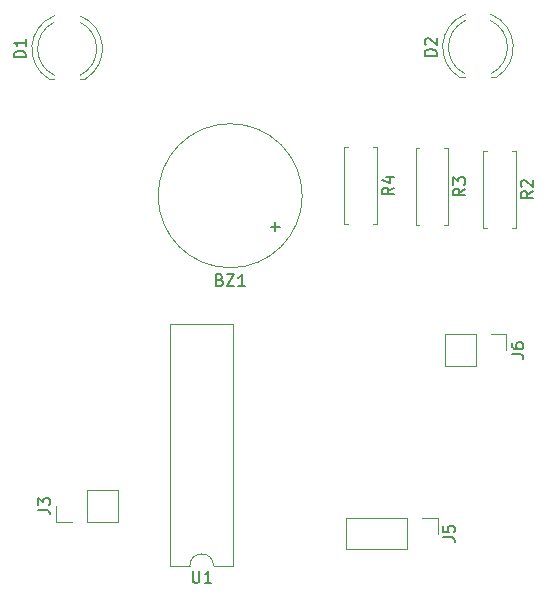
<source format=gbr>
%TF.GenerationSoftware,KiCad,Pcbnew,(6.0.9)*%
%TF.CreationDate,2023-07-07T16:24:00-04:00*%
%TF.ProjectId,MOODLighting,4d4f4f44-4c69-4676-9874-696e672e6b69,rev?*%
%TF.SameCoordinates,Original*%
%TF.FileFunction,Legend,Top*%
%TF.FilePolarity,Positive*%
%FSLAX46Y46*%
G04 Gerber Fmt 4.6, Leading zero omitted, Abs format (unit mm)*
G04 Created by KiCad (PCBNEW (6.0.9)) date 2023-07-07 16:24:00*
%MOMM*%
%LPD*%
G01*
G04 APERTURE LIST*
%ADD10C,0.150000*%
%ADD11C,0.120000*%
G04 APERTURE END LIST*
D10*
%TO.C,D1*%
X112530380Y-68041595D02*
X111530380Y-68041595D01*
X111530380Y-67803500D01*
X111578000Y-67660642D01*
X111673238Y-67565404D01*
X111768476Y-67517785D01*
X111958952Y-67470166D01*
X112101809Y-67470166D01*
X112292285Y-67517785D01*
X112387523Y-67565404D01*
X112482761Y-67660642D01*
X112530380Y-67803500D01*
X112530380Y-68041595D01*
X112530380Y-66517785D02*
X112530380Y-67089214D01*
X112530380Y-66803500D02*
X111530380Y-66803500D01*
X111673238Y-66898738D01*
X111768476Y-66993976D01*
X111816095Y-67089214D01*
%TO.C,R2*%
X155452380Y-79366666D02*
X154976190Y-79700000D01*
X155452380Y-79938095D02*
X154452380Y-79938095D01*
X154452380Y-79557142D01*
X154500000Y-79461904D01*
X154547619Y-79414285D01*
X154642857Y-79366666D01*
X154785714Y-79366666D01*
X154880952Y-79414285D01*
X154928571Y-79461904D01*
X154976190Y-79557142D01*
X154976190Y-79938095D01*
X154547619Y-78985714D02*
X154500000Y-78938095D01*
X154452380Y-78842857D01*
X154452380Y-78604761D01*
X154500000Y-78509523D01*
X154547619Y-78461904D01*
X154642857Y-78414285D01*
X154738095Y-78414285D01*
X154880952Y-78461904D01*
X155452380Y-79033333D01*
X155452380Y-78414285D01*
%TO.C,J5*%
X147877380Y-108683333D02*
X148591666Y-108683333D01*
X148734523Y-108730952D01*
X148829761Y-108826190D01*
X148877380Y-108969047D01*
X148877380Y-109064285D01*
X147877380Y-107730952D02*
X147877380Y-108207142D01*
X148353571Y-108254761D01*
X148305952Y-108207142D01*
X148258333Y-108111904D01*
X148258333Y-107873809D01*
X148305952Y-107778571D01*
X148353571Y-107730952D01*
X148448809Y-107683333D01*
X148686904Y-107683333D01*
X148782142Y-107730952D01*
X148829761Y-107778571D01*
X148877380Y-107873809D01*
X148877380Y-108111904D01*
X148829761Y-108207142D01*
X148782142Y-108254761D01*
%TO.C,R3*%
X149732380Y-79156666D02*
X149256190Y-79490000D01*
X149732380Y-79728095D02*
X148732380Y-79728095D01*
X148732380Y-79347142D01*
X148780000Y-79251904D01*
X148827619Y-79204285D01*
X148922857Y-79156666D01*
X149065714Y-79156666D01*
X149160952Y-79204285D01*
X149208571Y-79251904D01*
X149256190Y-79347142D01*
X149256190Y-79728095D01*
X148732380Y-78823333D02*
X148732380Y-78204285D01*
X149113333Y-78537619D01*
X149113333Y-78394761D01*
X149160952Y-78299523D01*
X149208571Y-78251904D01*
X149303809Y-78204285D01*
X149541904Y-78204285D01*
X149637142Y-78251904D01*
X149684761Y-78299523D01*
X149732380Y-78394761D01*
X149732380Y-78680476D01*
X149684761Y-78775714D01*
X149637142Y-78823333D01*
%TO.C,BZ1*%
X128959047Y-86878571D02*
X129101904Y-86926190D01*
X129149523Y-86973809D01*
X129197142Y-87069047D01*
X129197142Y-87211904D01*
X129149523Y-87307142D01*
X129101904Y-87354761D01*
X129006666Y-87402380D01*
X128625714Y-87402380D01*
X128625714Y-86402380D01*
X128959047Y-86402380D01*
X129054285Y-86450000D01*
X129101904Y-86497619D01*
X129149523Y-86592857D01*
X129149523Y-86688095D01*
X129101904Y-86783333D01*
X129054285Y-86830952D01*
X128959047Y-86878571D01*
X128625714Y-86878571D01*
X129530476Y-86402380D02*
X130197142Y-86402380D01*
X129530476Y-87402380D01*
X130197142Y-87402380D01*
X131101904Y-87402380D02*
X130530476Y-87402380D01*
X130816190Y-87402380D02*
X130816190Y-86402380D01*
X130720952Y-86545238D01*
X130625714Y-86640476D01*
X130530476Y-86688095D01*
X133269047Y-82361428D02*
X134030952Y-82361428D01*
X133650000Y-82742380D02*
X133650000Y-81980476D01*
%TO.C,U1*%
X126668095Y-111527380D02*
X126668095Y-112336904D01*
X126715714Y-112432142D01*
X126763333Y-112479761D01*
X126858571Y-112527380D01*
X127049047Y-112527380D01*
X127144285Y-112479761D01*
X127191904Y-112432142D01*
X127239523Y-112336904D01*
X127239523Y-111527380D01*
X128239523Y-112527380D02*
X127668095Y-112527380D01*
X127953809Y-112527380D02*
X127953809Y-111527380D01*
X127858571Y-111670238D01*
X127763333Y-111765476D01*
X127668095Y-111813095D01*
%TO.C,J6*%
X153667380Y-93163333D02*
X154381666Y-93163333D01*
X154524523Y-93210952D01*
X154619761Y-93306190D01*
X154667380Y-93449047D01*
X154667380Y-93544285D01*
X153667380Y-92258571D02*
X153667380Y-92449047D01*
X153715000Y-92544285D01*
X153762619Y-92591904D01*
X153905476Y-92687142D01*
X154095952Y-92734761D01*
X154476904Y-92734761D01*
X154572142Y-92687142D01*
X154619761Y-92639523D01*
X154667380Y-92544285D01*
X154667380Y-92353809D01*
X154619761Y-92258571D01*
X154572142Y-92210952D01*
X154476904Y-92163333D01*
X154238809Y-92163333D01*
X154143571Y-92210952D01*
X154095952Y-92258571D01*
X154048333Y-92353809D01*
X154048333Y-92544285D01*
X154095952Y-92639523D01*
X154143571Y-92687142D01*
X154238809Y-92734761D01*
%TO.C,J3*%
X113572380Y-106343333D02*
X114286666Y-106343333D01*
X114429523Y-106390952D01*
X114524761Y-106486190D01*
X114572380Y-106629047D01*
X114572380Y-106724285D01*
X113572380Y-105962380D02*
X113572380Y-105343333D01*
X113953333Y-105676666D01*
X113953333Y-105533809D01*
X114000952Y-105438571D01*
X114048571Y-105390952D01*
X114143809Y-105343333D01*
X114381904Y-105343333D01*
X114477142Y-105390952D01*
X114524761Y-105438571D01*
X114572380Y-105533809D01*
X114572380Y-105819523D01*
X114524761Y-105914761D01*
X114477142Y-105962380D01*
%TO.C,R4*%
X143712380Y-79056666D02*
X143236190Y-79390000D01*
X143712380Y-79628095D02*
X142712380Y-79628095D01*
X142712380Y-79247142D01*
X142760000Y-79151904D01*
X142807619Y-79104285D01*
X142902857Y-79056666D01*
X143045714Y-79056666D01*
X143140952Y-79104285D01*
X143188571Y-79151904D01*
X143236190Y-79247142D01*
X143236190Y-79628095D01*
X143045714Y-78199523D02*
X143712380Y-78199523D01*
X142664761Y-78437619D02*
X143379047Y-78675714D01*
X143379047Y-78056666D01*
%TO.C,D2*%
X147312380Y-67916595D02*
X146312380Y-67916595D01*
X146312380Y-67678500D01*
X146360000Y-67535642D01*
X146455238Y-67440404D01*
X146550476Y-67392785D01*
X146740952Y-67345166D01*
X146883809Y-67345166D01*
X147074285Y-67392785D01*
X147169523Y-67440404D01*
X147264761Y-67535642D01*
X147312380Y-67678500D01*
X147312380Y-67916595D01*
X146407619Y-66964214D02*
X146360000Y-66916595D01*
X146312380Y-66821357D01*
X146312380Y-66583261D01*
X146360000Y-66488023D01*
X146407619Y-66440404D01*
X146502857Y-66392785D01*
X146598095Y-66392785D01*
X146740952Y-66440404D01*
X147312380Y-67011833D01*
X147312380Y-66392785D01*
D11*
%TO.C,D1*%
X117118000Y-69863500D02*
X117583000Y-69863500D01*
X114493000Y-69863500D02*
X114958000Y-69863500D01*
X117582830Y-69863500D02*
G75*
G03*
X117118827Y-64515685I-1544830J2560000D01*
G01*
X117118000Y-69558184D02*
G75*
G03*
X117118429Y-65049021I-1080000J2254684D01*
G01*
X114957571Y-65049021D02*
G75*
G03*
X114958000Y-69558184I1080429J-2254479D01*
G01*
X114957173Y-64515685D02*
G75*
G03*
X114493170Y-69863500I1080827J-2787815D01*
G01*
%TO.C,R2*%
X151260000Y-75930000D02*
X151260000Y-82470000D01*
X154000000Y-82470000D02*
X153670000Y-82470000D01*
X151590000Y-75930000D02*
X151260000Y-75930000D01*
X151260000Y-82470000D02*
X151590000Y-82470000D01*
X154000000Y-75930000D02*
X154000000Y-82470000D01*
X153670000Y-75930000D02*
X154000000Y-75930000D01*
%TO.C,J5*%
X144825000Y-109680000D02*
X139685000Y-109680000D01*
X139685000Y-107020000D02*
X139685000Y-109680000D01*
X144825000Y-107020000D02*
X139685000Y-107020000D01*
X144825000Y-107020000D02*
X144825000Y-109680000D01*
X147425000Y-107020000D02*
X147425000Y-108350000D01*
X146095000Y-107020000D02*
X147425000Y-107020000D01*
%TO.C,R3*%
X148280000Y-82260000D02*
X147950000Y-82260000D01*
X145540000Y-75720000D02*
X145540000Y-82260000D01*
X145870000Y-75720000D02*
X145540000Y-75720000D01*
X147950000Y-75720000D02*
X148280000Y-75720000D01*
X145540000Y-82260000D02*
X145870000Y-82260000D01*
X148280000Y-75720000D02*
X148280000Y-82260000D01*
%TO.C,BZ1*%
X135940000Y-79750000D02*
G75*
G03*
X135940000Y-79750000I-6100000J0D01*
G01*
%TO.C,U1*%
X124780000Y-90635000D02*
X124780000Y-111075000D01*
X124780000Y-111075000D02*
X126430000Y-111075000D01*
X130080000Y-90635000D02*
X124780000Y-90635000D01*
X128430000Y-111075000D02*
X130080000Y-111075000D01*
X130080000Y-111075000D02*
X130080000Y-90635000D01*
X128430000Y-111075000D02*
G75*
G03*
X126430000Y-111075000I-1000000J0D01*
G01*
%TO.C,J6*%
X150615000Y-94160000D02*
X148015000Y-94160000D01*
X150615000Y-91500000D02*
X150615000Y-94160000D01*
X153215000Y-91500000D02*
X153215000Y-92830000D01*
X150615000Y-91500000D02*
X148015000Y-91500000D01*
X151885000Y-91500000D02*
X153215000Y-91500000D01*
X148015000Y-91500000D02*
X148015000Y-94160000D01*
%TO.C,J3*%
X115120000Y-107340000D02*
X115120000Y-106010000D01*
X117720000Y-107340000D02*
X117720000Y-104680000D01*
X120320000Y-107340000D02*
X120320000Y-104680000D01*
X116450000Y-107340000D02*
X115120000Y-107340000D01*
X117720000Y-104680000D02*
X120320000Y-104680000D01*
X117720000Y-107340000D02*
X120320000Y-107340000D01*
%TO.C,R4*%
X139850000Y-75620000D02*
X139520000Y-75620000D01*
X142260000Y-75620000D02*
X142260000Y-82160000D01*
X141930000Y-75620000D02*
X142260000Y-75620000D01*
X139520000Y-75620000D02*
X139520000Y-82160000D01*
X139520000Y-82160000D02*
X139850000Y-82160000D01*
X142260000Y-82160000D02*
X141930000Y-82160000D01*
%TO.C,D2*%
X149275000Y-69738500D02*
X149740000Y-69738500D01*
X151900000Y-69738500D02*
X152365000Y-69738500D01*
X152364830Y-69738500D02*
G75*
G03*
X151900827Y-64390685I-1544830J2560000D01*
G01*
X149739173Y-64390685D02*
G75*
G03*
X149275170Y-69738500I1080827J-2787815D01*
G01*
X151900000Y-69433184D02*
G75*
G03*
X151900429Y-64924021I-1080000J2254684D01*
G01*
X149739571Y-64924021D02*
G75*
G03*
X149740000Y-69433184I1080429J-2254479D01*
G01*
%TD*%
M02*

</source>
